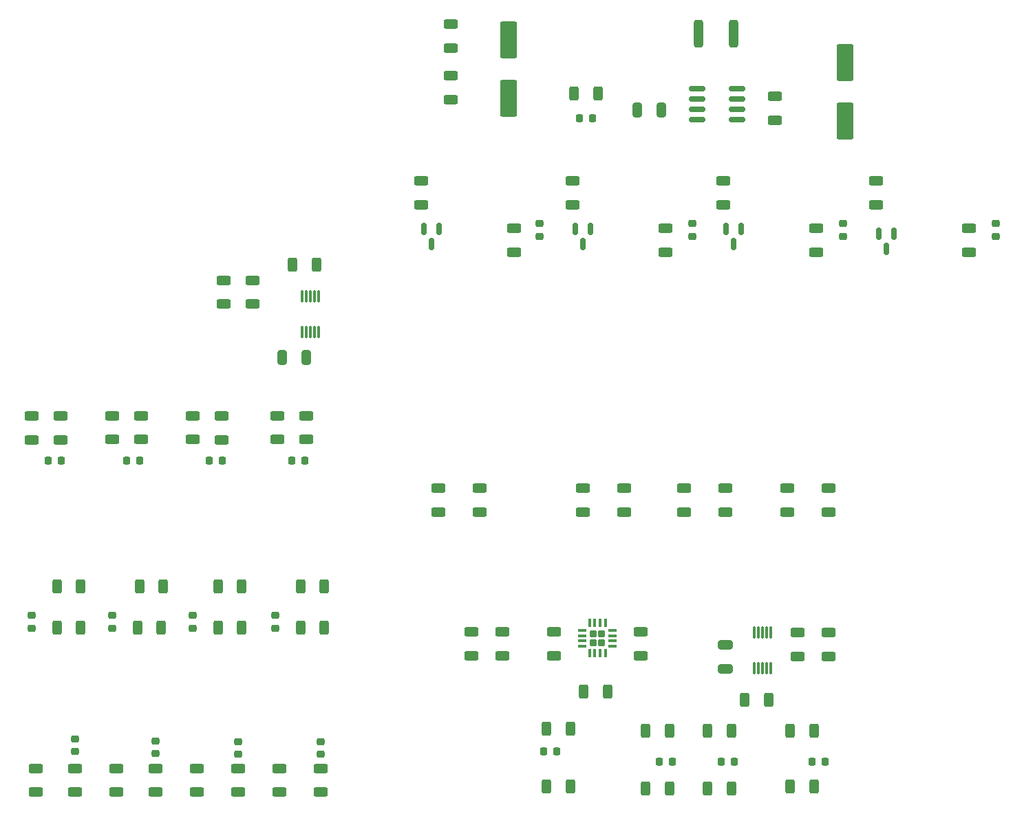
<source format=gbr>
%TF.GenerationSoftware,KiCad,Pcbnew,(6.0.9)*%
%TF.CreationDate,2022-12-27T14:16:08-08:00*%
%TF.ProjectId,halloween vending machine,68616c6c-6f77-4656-956e-2076656e6469,rev?*%
%TF.SameCoordinates,Original*%
%TF.FileFunction,Paste,Top*%
%TF.FilePolarity,Positive*%
%FSLAX46Y46*%
G04 Gerber Fmt 4.6, Leading zero omitted, Abs format (unit mm)*
G04 Created by KiCad (PCBNEW (6.0.9)) date 2022-12-27 14:16:08*
%MOMM*%
%LPD*%
G01*
G04 APERTURE LIST*
G04 Aperture macros list*
%AMRoundRect*
0 Rectangle with rounded corners*
0 $1 Rounding radius*
0 $2 $3 $4 $5 $6 $7 $8 $9 X,Y pos of 4 corners*
0 Add a 4 corners polygon primitive as box body*
4,1,4,$2,$3,$4,$5,$6,$7,$8,$9,$2,$3,0*
0 Add four circle primitives for the rounded corners*
1,1,$1+$1,$2,$3*
1,1,$1+$1,$4,$5*
1,1,$1+$1,$6,$7*
1,1,$1+$1,$8,$9*
0 Add four rect primitives between the rounded corners*
20,1,$1+$1,$2,$3,$4,$5,0*
20,1,$1+$1,$4,$5,$6,$7,0*
20,1,$1+$1,$6,$7,$8,$9,0*
20,1,$1+$1,$8,$9,$2,$3,0*%
G04 Aperture macros list end*
%ADD10RoundRect,0.250000X-0.625000X0.312500X-0.625000X-0.312500X0.625000X-0.312500X0.625000X0.312500X0*%
%ADD11RoundRect,0.218750X-0.218750X-0.256250X0.218750X-0.256250X0.218750X0.256250X-0.218750X0.256250X0*%
%ADD12RoundRect,0.250000X-0.312500X-0.625000X0.312500X-0.625000X0.312500X0.625000X-0.312500X0.625000X0*%
%ADD13RoundRect,0.218750X0.256250X-0.218750X0.256250X0.218750X-0.256250X0.218750X-0.256250X-0.218750X0*%
%ADD14RoundRect,0.250000X0.650000X-0.325000X0.650000X0.325000X-0.650000X0.325000X-0.650000X-0.325000X0*%
%ADD15RoundRect,0.250000X0.625000X-0.312500X0.625000X0.312500X-0.625000X0.312500X-0.625000X-0.312500X0*%
%ADD16RoundRect,0.075000X0.075000X-0.650000X0.075000X0.650000X-0.075000X0.650000X-0.075000X-0.650000X0*%
%ADD17RoundRect,0.218750X0.218750X0.256250X-0.218750X0.256250X-0.218750X-0.256250X0.218750X-0.256250X0*%
%ADD18RoundRect,0.150000X-0.150000X0.587500X-0.150000X-0.587500X0.150000X-0.587500X0.150000X0.587500X0*%
%ADD19RoundRect,0.212500X0.212500X0.212500X-0.212500X0.212500X-0.212500X-0.212500X0.212500X-0.212500X0*%
%ADD20RoundRect,0.087500X0.425000X0.087500X-0.425000X0.087500X-0.425000X-0.087500X0.425000X-0.087500X0*%
%ADD21RoundRect,0.087500X0.087500X0.425000X-0.087500X0.425000X-0.087500X-0.425000X0.087500X-0.425000X0*%
%ADD22RoundRect,0.218750X-0.256250X0.218750X-0.256250X-0.218750X0.256250X-0.218750X0.256250X0.218750X0*%
%ADD23RoundRect,0.150000X-0.825000X-0.150000X0.825000X-0.150000X0.825000X0.150000X-0.825000X0.150000X0*%
%ADD24RoundRect,0.250001X0.799999X-1.999999X0.799999X1.999999X-0.799999X1.999999X-0.799999X-1.999999X0*%
%ADD25RoundRect,0.250000X0.325000X0.650000X-0.325000X0.650000X-0.325000X-0.650000X0.325000X-0.650000X0*%
%ADD26RoundRect,0.250000X0.312500X0.625000X-0.312500X0.625000X-0.312500X-0.625000X0.312500X-0.625000X0*%
%ADD27RoundRect,0.250000X-0.312500X-1.450000X0.312500X-1.450000X0.312500X1.450000X-0.312500X1.450000X0*%
%ADD28RoundRect,0.075000X-0.075000X0.650000X-0.075000X-0.650000X0.075000X-0.650000X0.075000X0.650000X0*%
G04 APERTURE END LIST*
D10*
%TO.C,R24*%
X87026000Y-48063500D03*
X87026000Y-50988500D03*
%TD*%
D11*
%TO.C,D19*%
X106451500Y-113792000D03*
X104876500Y-113792000D03*
%TD*%
D12*
%TO.C,R21*%
X40915500Y-92151000D03*
X43840500Y-92151000D03*
%TD*%
D13*
%TO.C,D13*%
X127508000Y-49047500D03*
X127508000Y-47472500D03*
%TD*%
D14*
%TO.C,C4*%
X113030000Y-102313000D03*
X113030000Y-99363000D03*
%TD*%
D15*
%TO.C,R50*%
X47458000Y-74055500D03*
X47458000Y-71130500D03*
%TD*%
D16*
%TO.C,U17*%
X60976000Y-60874000D03*
X61476000Y-60874000D03*
X61976000Y-60874000D03*
X62476000Y-60874000D03*
X62976000Y-60874000D03*
X62976000Y-56474000D03*
X62476000Y-56474000D03*
X61976000Y-56474000D03*
X61476000Y-56474000D03*
X60976000Y-56474000D03*
%TD*%
D17*
%TO.C,D18*%
X92227500Y-112522000D03*
X90652500Y-112522000D03*
%TD*%
D12*
%TO.C,R17*%
X40661500Y-97231000D03*
X43586500Y-97231000D03*
%TD*%
D18*
%TO.C,Q1*%
X77816000Y-48159000D03*
X75916000Y-48159000D03*
X76866000Y-50034000D03*
%TD*%
D10*
%TO.C,R27*%
X124206000Y-48095500D03*
X124206000Y-51020500D03*
%TD*%
D12*
%TO.C,R18*%
X50567500Y-97231000D03*
X53492500Y-97231000D03*
%TD*%
D13*
%TO.C,D10*%
X90170000Y-49047500D03*
X90170000Y-47472500D03*
%TD*%
D10*
%TO.C,R31*%
X131572000Y-42225500D03*
X131572000Y-45150500D03*
%TD*%
D12*
%TO.C,R20*%
X30755500Y-92151000D03*
X33680500Y-92151000D03*
%TD*%
D19*
%TO.C,U3*%
X96757000Y-99077000D03*
X97807000Y-98027000D03*
X97807000Y-99077000D03*
X96757000Y-98027000D03*
D20*
X99144500Y-99527000D03*
X99144500Y-98877000D03*
X99144500Y-98227000D03*
X99144500Y-97577000D03*
D21*
X98257000Y-96689500D03*
X97607000Y-96689500D03*
X96957000Y-96689500D03*
X96307000Y-96689500D03*
D20*
X95419500Y-97577000D03*
X95419500Y-98227000D03*
X95419500Y-98877000D03*
X95419500Y-99527000D03*
D21*
X96307000Y-100414500D03*
X96957000Y-100414500D03*
X97607000Y-100414500D03*
X98257000Y-100414500D03*
%TD*%
D22*
%TO.C,D6*%
X27646000Y-95732500D03*
X27646000Y-97307500D03*
%TD*%
D23*
%TO.C,U2*%
X109539000Y-30861000D03*
X109539000Y-32131000D03*
X109539000Y-33401000D03*
X109539000Y-34671000D03*
X114489000Y-34671000D03*
X114489000Y-33401000D03*
X114489000Y-32131000D03*
X114489000Y-30861000D03*
%TD*%
D12*
%TO.C,R44*%
X110805500Y-109982000D03*
X113730500Y-109982000D03*
%TD*%
D24*
%TO.C,C3*%
X86360000Y-32092000D03*
X86360000Y-24892000D03*
%TD*%
D15*
%TO.C,R51*%
X57872000Y-74055500D03*
X57872000Y-71130500D03*
%TD*%
D22*
%TO.C,D8*%
X47458000Y-95732500D03*
X47458000Y-97307500D03*
%TD*%
D17*
%TO.C,D23*%
X40919500Y-76657000D03*
X39344500Y-76657000D03*
%TD*%
D15*
%TO.C,R8*%
X28154000Y-117489500D03*
X28154000Y-114564500D03*
%TD*%
%TO.C,R5*%
X91948000Y-100715000D03*
X91948000Y-97790000D03*
%TD*%
%TO.C,R13*%
X53046000Y-117489500D03*
X53046000Y-114564500D03*
%TD*%
D10*
%TO.C,R26*%
X105664000Y-48067500D03*
X105664000Y-50992500D03*
%TD*%
D15*
%TO.C,R59*%
X51308000Y-57404000D03*
X51308000Y-54479000D03*
%TD*%
D10*
%TO.C,R30*%
X112776000Y-42253500D03*
X112776000Y-45178500D03*
%TD*%
D22*
%TO.C,D4*%
X53046000Y-111266500D03*
X53046000Y-112841500D03*
%TD*%
D15*
%TO.C,R12*%
X47966000Y-117489500D03*
X47966000Y-114564500D03*
%TD*%
D12*
%TO.C,R23*%
X60727500Y-92151000D03*
X63652500Y-92151000D03*
%TD*%
D22*
%TO.C,D7*%
X37552000Y-95732500D03*
X37552000Y-97307500D03*
%TD*%
D10*
%TO.C,R35*%
X100584000Y-82996500D03*
X100584000Y-80071500D03*
%TD*%
D12*
%TO.C,R42*%
X106110500Y-109982000D03*
X103185500Y-109982000D03*
%TD*%
D10*
%TO.C,R33*%
X125730000Y-80071500D03*
X125730000Y-82996500D03*
%TD*%
D13*
%TO.C,D14*%
X146304000Y-49047500D03*
X146304000Y-47472500D03*
%TD*%
D15*
%TO.C,R60*%
X125730000Y-100776500D03*
X125730000Y-97851500D03*
%TD*%
D12*
%TO.C,R46*%
X120965500Y-109982000D03*
X123890500Y-109982000D03*
%TD*%
D22*
%TO.C,D2*%
X32980000Y-110921500D03*
X32980000Y-112496500D03*
%TD*%
D10*
%TO.C,R2*%
X79248000Y-22921500D03*
X79248000Y-25846500D03*
%TD*%
D22*
%TO.C,D9*%
X57618000Y-95732500D03*
X57618000Y-97307500D03*
%TD*%
D17*
%TO.C,D25*%
X61239500Y-76657000D03*
X59664500Y-76657000D03*
%TD*%
D25*
%TO.C,C5*%
X61419000Y-64008000D03*
X58469000Y-64008000D03*
%TD*%
D15*
%TO.C,R39*%
X95504000Y-80071500D03*
X95504000Y-82996500D03*
%TD*%
%TO.C,R49*%
X37552000Y-74055500D03*
X37552000Y-71130500D03*
%TD*%
D26*
%TO.C,R57*%
X118302500Y-106172000D03*
X115377500Y-106172000D03*
%TD*%
D15*
%TO.C,R11*%
X42886000Y-117489500D03*
X42886000Y-114564500D03*
%TD*%
D22*
%TO.C,D3*%
X42886000Y-111175500D03*
X42886000Y-112750500D03*
%TD*%
D12*
%TO.C,R43*%
X106110500Y-117094000D03*
X103185500Y-117094000D03*
%TD*%
%TO.C,R19*%
X60727500Y-97231000D03*
X63652500Y-97231000D03*
%TD*%
D15*
%TO.C,R62*%
X54864000Y-57404000D03*
X54864000Y-54479000D03*
%TD*%
D10*
%TO.C,R25*%
X75596000Y-42221500D03*
X75596000Y-45146500D03*
%TD*%
D11*
%TO.C,D26*%
X95057500Y-34500000D03*
X96632500Y-34500000D03*
%TD*%
D26*
%TO.C,R40*%
X93918500Y-109728000D03*
X90993500Y-109728000D03*
%TD*%
D15*
%TO.C,R6*%
X85598000Y-100715000D03*
X85598000Y-97790000D03*
%TD*%
D22*
%TO.C,D5*%
X63206000Y-111266500D03*
X63206000Y-112841500D03*
%TD*%
D17*
%TO.C,D22*%
X31267500Y-76667000D03*
X29692500Y-76667000D03*
%TD*%
D26*
%TO.C,R41*%
X93918500Y-116840000D03*
X90993500Y-116840000D03*
%TD*%
D12*
%TO.C,R63*%
X94382500Y-31480000D03*
X97307500Y-31480000D03*
%TD*%
%TO.C,R56*%
X95565500Y-105156000D03*
X98490500Y-105156000D03*
%TD*%
D18*
%TO.C,Q3*%
X114996000Y-48163000D03*
X113096000Y-48163000D03*
X114046000Y-50038000D03*
%TD*%
D17*
%TO.C,D24*%
X51079500Y-76657000D03*
X49504500Y-76657000D03*
%TD*%
D10*
%TO.C,R32*%
X113030000Y-80071500D03*
X113030000Y-82996500D03*
%TD*%
D18*
%TO.C,Q4*%
X133792000Y-48699000D03*
X131892000Y-48699000D03*
X132842000Y-50574000D03*
%TD*%
D10*
%TO.C,R29*%
X94234000Y-42225500D03*
X94234000Y-45150500D03*
%TD*%
%TO.C,R34*%
X77724000Y-82996500D03*
X77724000Y-80071500D03*
%TD*%
D27*
%TO.C,L1*%
X109728000Y-24130000D03*
X114003000Y-24130000D03*
%TD*%
D13*
%TO.C,D12*%
X108966000Y-49047500D03*
X108966000Y-47472500D03*
%TD*%
D10*
%TO.C,R7*%
X102616000Y-97790000D03*
X102616000Y-100715000D03*
%TD*%
D15*
%TO.C,R48*%
X27646000Y-74117000D03*
X27646000Y-71192000D03*
%TD*%
D25*
%TO.C,C2*%
X105107000Y-33528000D03*
X102157000Y-33528000D03*
%TD*%
D15*
%TO.C,R38*%
X82804000Y-80071500D03*
X82804000Y-82996500D03*
%TD*%
D10*
%TO.C,R28*%
X143002000Y-48067500D03*
X143002000Y-50992500D03*
%TD*%
D17*
%TO.C,D21*%
X125247500Y-113792000D03*
X123672500Y-113792000D03*
%TD*%
D15*
%TO.C,R52*%
X31202000Y-74117000D03*
X31202000Y-71192000D03*
%TD*%
D12*
%TO.C,R45*%
X110805500Y-117094000D03*
X113730500Y-117094000D03*
%TD*%
D11*
%TO.C,D20*%
X112496500Y-113792000D03*
X114071500Y-113792000D03*
%TD*%
D15*
%TO.C,R54*%
X51014000Y-74117000D03*
X51014000Y-71192000D03*
%TD*%
%TO.C,R61*%
X121920000Y-100776500D03*
X121920000Y-97851500D03*
%TD*%
%TO.C,R36*%
X107950000Y-82996500D03*
X107950000Y-80071500D03*
%TD*%
%TO.C,R37*%
X120650000Y-82996500D03*
X120650000Y-80071500D03*
%TD*%
D26*
%TO.C,R58*%
X62676500Y-52578000D03*
X59751500Y-52578000D03*
%TD*%
D24*
%TO.C,C1*%
X127762000Y-34842000D03*
X127762000Y-27642000D03*
%TD*%
D15*
%TO.C,R55*%
X61428000Y-74055500D03*
X61428000Y-71130500D03*
%TD*%
%TO.C,R9*%
X32980000Y-117489500D03*
X32980000Y-114564500D03*
%TD*%
D18*
%TO.C,Q2*%
X96454000Y-48163000D03*
X94554000Y-48163000D03*
X95504000Y-50038000D03*
%TD*%
D15*
%TO.C,R15*%
X63206000Y-117489500D03*
X63206000Y-114564500D03*
%TD*%
%TO.C,R1*%
X119126000Y-34736500D03*
X119126000Y-31811500D03*
%TD*%
D28*
%TO.C,U4*%
X118602000Y-97876000D03*
X118102000Y-97876000D03*
X117602000Y-97876000D03*
X117102000Y-97876000D03*
X116602000Y-97876000D03*
X116602000Y-102276000D03*
X117102000Y-102276000D03*
X117602000Y-102276000D03*
X118102000Y-102276000D03*
X118602000Y-102276000D03*
%TD*%
D12*
%TO.C,R16*%
X30755500Y-97231000D03*
X33680500Y-97231000D03*
%TD*%
D10*
%TO.C,R3*%
X79248000Y-29271500D03*
X79248000Y-32196500D03*
%TD*%
D15*
%TO.C,R4*%
X81788000Y-100715000D03*
X81788000Y-97790000D03*
%TD*%
D12*
%TO.C,R22*%
X50567500Y-92151000D03*
X53492500Y-92151000D03*
%TD*%
%TO.C,R47*%
X120965500Y-116840000D03*
X123890500Y-116840000D03*
%TD*%
D15*
%TO.C,R10*%
X38060000Y-117489500D03*
X38060000Y-114564500D03*
%TD*%
%TO.C,R53*%
X41108000Y-74055500D03*
X41108000Y-71130500D03*
%TD*%
%TO.C,R14*%
X58126000Y-117489500D03*
X58126000Y-114564500D03*
%TD*%
M02*

</source>
